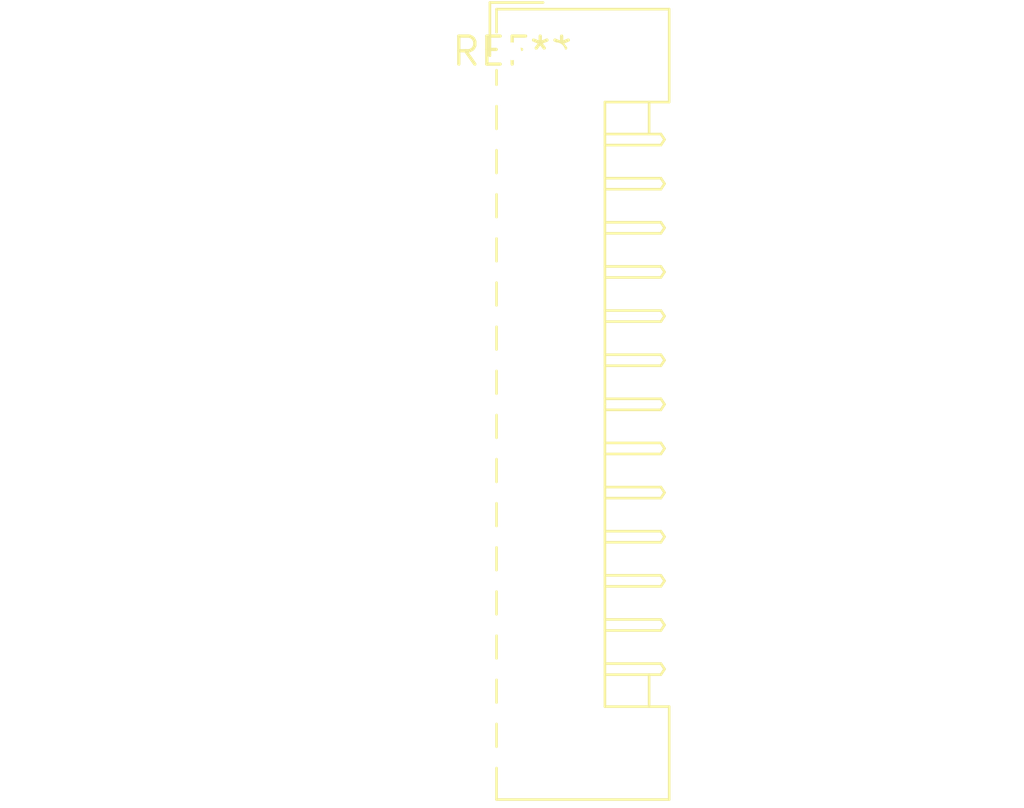
<source format=kicad_pcb>
(kicad_pcb (version 20240108) (generator pcbnew)
  (layers (0 "F.Cu" signal) (31 "B.Cu" signal) (34 "B.Paste" user) (35 "F.Paste" user) (36 "B.SilkS" user "B.Silkscreen") (37 "F.SilkS" user "F.Silkscreen") (38 "B.Mask" user) (39 "F.Mask" user) (44 "Edge.Cuts" user))
  (net 0 "")
  (footprint "JAE_LY20-34P-DLT1_2x17_P2.00mm_Horizontal" (layer "F.Cu") (at 0 0)
    (property "Reference" "REF**")
    (property "Value" "JAE_LY20-34P-DLT1_2x17_P2.00mm_Horizontal")
    (fp_line (start -1.01 -2.21) (end -1.01 0.2) (layer "F.SilkS") (stroke (width 0.12)))
    (fp_line (start -0.71 -1.91) (end -0.71 -0.86) (layer "F.SilkS") (stroke (width 0.12)))
    (fp_line (start -0.71 -1.91) (end 7.11 -1.91) (layer "F.SilkS") (stroke (width 0.12)))
    (fp_line (start -0.71 0.86) (end -0.71 1.514717) (layer "F.SilkS") (stroke (width 0.12)))
    (fp_line (start -0.71 2.485283) (end -0.71 3.514717) (layer "F.SilkS") (stroke (width 0.12)))
    (fp_line (start -0.71 4.485283) (end -0.71 5.514717) (layer "F.SilkS") (stroke (width 0.12)))
    (fp_line (start -0.71 6.485283) (end -0.71 7.514717) (layer "F.SilkS") (stroke (width 0.12)))
    (fp_line (start -0.71 8.485283) (end -0.71 9.514717) (layer "F.SilkS") (stroke (width 0.12)))
    (fp_line (start -0.71 10.485283) (end -0.71 11.514717) (layer "F.SilkS") (stroke (width 0.12)))
    (fp_line (start -0.71 12.485283) (end -0.71 13.514717) (layer "F.SilkS") (stroke (width 0.12)))
    (fp_line (start -0.71 14.485283) (end -0.71 15.514717) (layer "F.SilkS") (stroke (width 0.12)))
    (fp_line (start -0.71 16.485283) (end -0.71 17.514717) (layer "F.SilkS") (stroke (width 0.12)))
    (fp_line (start -0.71 18.485283) (end -0.71 19.514717) (layer "F.SilkS") (stroke (width 0.12)))
    (fp_line (start -0.71 20.485283) (end -0.71 21.514717) (layer "F.SilkS") (stroke (width 0.12)))
    (fp_line (start -0.71 22.485283) (end -0.71 23.514717) (layer "F.SilkS") (stroke (width 0.12)))
    (fp_line (start -0.71 24.485283) (end -0.71 25.514717) (layer "F.SilkS") (stroke (width 0.12)))
    (fp_line (start -0.71 26.485283) (end -0.71 27.514717) (layer "F.SilkS") (stroke (width 0.12)))
    (fp_line (start -0.71 28.485283) (end -0.71 29.514717) (layer "F.SilkS") (stroke (width 0.12)))
    (fp_line (start -0.71 30.485283) (end -0.71 31.514717) (layer "F.SilkS") (stroke (width 0.12)))
    (fp_line (start -0.71 32.485283) (end -0.71 33.91) (layer "F.SilkS") (stroke (width 0.12)))
    (fp_line (start -0.71 33.91) (end 7.11 33.91) (layer "F.SilkS") (stroke (width 0.12)))
    (fp_line (start 1.4 -2.21) (end -1.01 -2.21) (layer "F.SilkS") (stroke (width 0.12)))
    (fp_line (start 4.2 2.3) (end 4.2 16) (layer "F.SilkS") (stroke (width 0.12)))
    (fp_line (start 4.2 3.75) (end 6.733333 3.75) (layer "F.SilkS") (stroke (width 0.12)))
    (fp_line (start 4.2 5.75) (end 6.733333 5.75) (layer "F.SilkS") (stroke (width 0.12)))
    (fp_line (start 4.2 7.75) (end 6.733333 7.75) (layer "F.SilkS") (stroke (width 0.12)))
    (fp_line (start 4.2 9.75) (end 6.733333 9.75) (layer "F.SilkS") (stroke (width 0.12)))
    (fp_line (start 4.2 11.75) (end 6.733333 11.75) (layer "F.SilkS") (stroke (width 0.12)))
    (fp_line (start 4.2 13.75) (end 6.733333 13.75) (layer "F.SilkS") (stroke (width 0.12)))
    (fp_line (start 4.2 15.75) (end 6.733333 15.75) (layer "F.SilkS") (stroke (width 0.12)))
    (fp_line (start 4.2 17.75) (end 6.733333 17.75) (layer "F.SilkS") (stroke (width 0.12)))
    (fp_line (start 4.2 19.75) (end 6.733333 19.75) (layer "F.SilkS") (stroke (width 0.12)))
    (fp_line (start 4.2 21.75) (end 6.733333 21.75) (layer "F.SilkS") (stroke (width 0.12)))
    (fp_line (start 4.2 23.75) (end 6.733333 23.75) (layer "F.SilkS") (stroke (width 0.12)))
    (fp_line (start 4.2 25.75) (end 6.733333 25.75) (layer "F.SilkS") (stroke (width 0.12)))
    (fp_line (start 4.2 27.75) (end 6.733333 27.75) (layer "F.SilkS") (stroke (width 0.12)))
    (fp_line (start 4.2 29.7) (end 4.2 16) (layer "F.SilkS") (stroke (width 0.12)))
    (fp_line (start 6.2 2.3) (end 6.2 3.75) (layer "F.SilkS") (stroke (width 0.12)))
    (fp_line (start 6.2 29.7) (end 6.2 28.25) (layer "F.SilkS") (stroke (width 0.12)))
    (fp_line (start 6.733333 3.75) (end 6.9 4) (layer "F.SilkS") (stroke (width 0.12)))
    (fp_line (start 6.733333 4.25) (end 4.2 4.25) (layer "F.SilkS") (stroke (width 0.12)))
    (fp_line (start 6.733333 5.75) (end 6.9 6) (layer "F.SilkS") (stroke (width 0.12)))
    (fp_line (start 6.733333 6.25) (end 4.2 6.25) (layer "F.SilkS") (stroke (width 0.12)))
    (fp_line (start 6.733333 7.75) (end 6.9 8) (layer "F.SilkS") (stroke (width 0.12)))
    (fp_line (start 6.733333 8.25) (end 4.2 8.25) (layer "F.SilkS") (stroke (width 0.12)))
    (fp_line (start 6.733333 9.75) (end 6.9 10) (layer "F.SilkS") (stroke (width 0.12)))
    (fp_line (start 6.733333 10.25) (end 4.2 10.25) (layer "F.SilkS") (stroke (width 0.12)))
    (fp_line (start 6.733333 11.75) (end 6.9 12) (layer "F.SilkS") (stroke (width 0.12)))
    (fp_line (start 6.733333 12.25) (end 4.2 12.25) (layer "F.SilkS") (stroke (width 0.12)))
    (fp_line (start 6.733333 13.75) (end 6.9 14) (layer "F.SilkS") (stroke (width 0.12)))
    (fp_line (start 6.733333 14.25) (end 4.2 14.25) (layer "F.SilkS") (stroke (width 0.12)))
    (fp_line (start 6.733333 15.75) (end 6.9 16) (layer "F.SilkS") (stroke (width 0.12)))
    (fp_line (start 6.733333 16.25) (end 4.2 16.25) (layer "F.SilkS") (stroke (width 0.12)))
    (fp_line (start 6.733333 17.75) (end 6.9 18) (layer "F.SilkS") (stroke (width 0.12)))
    (fp_line (start 6.733333 18.25) (end 4.2 18.25) (layer "F.SilkS") (stroke (width 0.12)))
    (fp_line (start 6.733333 19.75) (end 6.9 20) (layer "F.SilkS") (stroke (width 0.12)))
    (fp_line (start 6.733333 20.25) (end 4.2 20.25) (layer "F.SilkS") (stroke (width 0.12)))
    (fp_line (start 6.733333 21.75) (end 6.9 22) (layer "F.SilkS") (stroke (width 0.12)))
    (fp_line (start 6.733333 22.25) (end 4.2 22.25) (layer "F.SilkS") (stroke (width 0.12)))
    (fp_line (start 6.733333 23.75) (end 6.9 24) (layer "F.SilkS") (stroke (width 0.12)))
    (fp_line (start 6.733333 24.25) (end 4.2 24.25) (layer "F.SilkS") (stroke (width 0.12)))
    (fp_line (start 6.733333 25.75) (end 6.9 26) (layer "F.SilkS") (stroke (width 0.12)))
    (fp_line (start 6.733333 26.25) (end 4.2 26.25) (layer "F.SilkS") (stroke (width 0.12)))
    (fp_line (start 6.733333 27.75) (end 6.9 28) (layer "F.SilkS") (stroke (width 0.12)))
    (fp_line (start 6.733333 28.25) (end 4.2 28.25) (layer "F.SilkS") (stroke (width 0.12)))
    (fp_line (start 6.9 4) (end 6.733333 4.25) (layer "F.SilkS") (stroke (width 0.12)))
    (fp_line (start 6.9 6) (end 6.733333 6.25) (layer "F.SilkS") (stroke (width 0.12)))
    (fp_line (start 6.9 8) (end 6.733333 8.25) (layer "F.SilkS") (stroke (width 0.12)))
    (fp_line (start 6.9 10) (end 6.733333 10.25) (layer "F.SilkS") (stroke (width 0.12)))
    (fp_line (start 6.9 12) (end 6.733333 12.25) (layer "F.SilkS") (stroke (width 0.12)))
    (fp_line (start 6.9 14) (end 6.733333 14.25) (layer "F.SilkS") (stroke (width 0.12)))
    (fp_line (start 6.9 16) (end 6.733333 16.25) (layer "F.SilkS") (stroke (width 0.12)))
    (fp_line (start 6.9 18) (end 6.733333 18.25) (layer "F.SilkS") (stroke (width 0.12)))
    (fp_line (start 6.9 20) (end 6.733333 20.25) (layer "F.SilkS") (stroke (width 0.12)))
    (fp_line (start 6.9 22) (end 6.733333 22.25) (layer "F.SilkS") (stroke (width 0.12)))
    (fp_line (start 6.9 24) (end 6.733333 24.25) (layer "F.SilkS") (stroke (width 0.12)))
    (fp_line (start 6.9 26) (end 6.733333 26.25) (layer "F.SilkS") (stroke (width 0.12)))
    (fp_line (start 6.9 28) (end 6.733333 28.25) (layer "F.SilkS") (stroke (width 0.12)))
    (fp_line (start 7.11 -1.91) (end 7.11 2.3) (layer "F.SilkS") (stroke (width 0.12)))
    (fp_line (start 7.11 2.3) (end 4.2 2.3) (layer "F.SilkS") (stroke (width 0.12)))
    (fp_line (start 7.11 29.7) (end 4.2 29.7) (layer "F.SilkS") (stroke (width 0.12)))
    (fp_line (start 7.11 33.91) (end 7.11 29.7) (layer "F.SilkS") (stroke (width 0.12)))
    (pad "a1" thru_hole roundrect (at 0 0) (size 1.2 1.2) (drill 0.8) (layers *.Cu *.Mask) (remove_unused_layers) (roundrect_rratio 0.208333))
    (pad "a2" thru_hole circle (at 0 2) (size 1.2 1.2) (drill 0.8) (layers *.Cu *.Mask) (remove_unused_layers))
    (pad "a3" thru_hole circle (at 0 4) (size 1.2 1.2) (drill 0.8) (layers *.Cu *.Mask) (remove_unused_layers))
    (pad "a4" thru_hole circle (at 0 6) (size 1.2 1.2) (drill 0.8) (layers *.Cu *.Mask) (remove_unused_layers))
    (pad "a5" thru_hole circle (at 0 8) (size 1.2 1.2) (drill 0.8) (layers *.Cu *.Mask) (remove_unused_layers))
    (pad "a6" thru_hole circle (at 0 10) (size 1.2 1.2) (drill 0.8) (layers *.Cu *.Mask) (remove_unused_layers))
    (pad "a7" thru_hole circle (at 0 12) (size 1.2 1.2) (drill 0.8) (layers *.Cu *.Mask) (remove_unused_layers))
    (pad "a8" thru_hole circle (at 0 14) (size 1.2 1.2) (drill 0.8) (layers *.Cu *.Mask) (remove_unused_layers))
    (pad "a9" thru_hole circle (at 0 16) (size 1.2 1.2) (drill 0.8) (layers *.Cu *.Mask) (remove_unused_layers))
    (pad "a10" thru_hole circle (at 0 18) (size 1.2 1.2) (drill 0.8) (layers *.Cu *.Mask) (remove_unused_layers))
    (pad "a11" thru_hole circle (at 0 20) (size 1.2 1.2) (drill 0.8) (layers *.Cu *.Mask) (remove_unused_layers))
    (pad "a12" thru_hole circle (at 0 22) (size 1.2 1.2) (drill 0.8) (layers *.Cu *.Mask) (remove_unused_layers))
    (pad "a13" thru_hole circle (at 0 24) (size 1.2 1.2) (drill 0.8) (layers *.Cu *.Mask) (remove_unused_layers))
    (pad "a14" thru_hole circle (at 0 26) (size 1.2 1.2) (drill 0.8) (layers *.Cu *.Mask) (remove_unused_layers))
    (pad "a15" thru_hole circle (at 0 28) (size 1.2 1.2) (drill 0.8) (layers *.Cu *.Mask) (remove_unused_layers))
    (pad "a16" thru_hole circle (at 0 30) (size 1.2 1.2) (drill 0.8) (layers *.Cu *.Mask) (remove_unused_layers))
    (pad "a17" thru_hole circle (at 0 32) (size 1.2 1.2) (drill 0.8) (layers *.Cu *.Mask) (remove_unused_layers))
    (pad "b1" thru_hole circle (at 2 0) (size 1.2 1.2) (drill 0.8) (layers *.Cu *.Mask) (remove_unused_layers))
    (pad "b2" thru_hole circle (at 2 2) (size 1.2 1.2) (drill 0.8) (layers *.Cu *.Mask) (remove_unused_layers))
    (pad "b3" thru_hole circle (at 2 4) (size 1.2 1.2) (drill 0.8) (layers *.Cu *.Mask) (remove_unused_layers))
    (pad "b4" thru_hole circle (at 2 6) (size 1.2 1.2) (drill 0.8) (layers *.Cu *.Mask) (remove_unused_layers))
    (pad "b5" thru_hole circle (at 2 8) (size 1.2 1.2) (drill 0.8) (layers *.Cu *.Mask) (remove_unused_layers))
    (pad "b6" thru_hole circle (at 2 10) (size 1.2 1.2) (drill 0.8) (layers *.Cu *.Mask) (remove_unused_layers))
    (pad "b7" thru_hole circle (at 2 12) (size 1.2 1.2) (drill 0.8) (layers *.Cu *.Mask) (remove_unused_layers))
    (pad "b8" thru_hole circle (at 2 14) (size 1.2 1.2) (drill 0.8) (layers *.Cu *.Mask) (remove_unused_layers))
    (pad "b9" thru_hole circle (at 2 16) (size 1.2 1.2) (drill 0.8) (layers *.Cu *.Mask) (remove_unused_layers))
    (pad "b10" thru_hole circle (at 2 18) (size 1.2 1.2) (drill 0.8) (layers *.Cu *.Mask) (remove_unused_layers))
    (pad "b11" thru_hole circle (at 2 20) (size 1.2 1.2) (drill 0.8) (layers *.Cu *.Mask) (remove_unused_layers))
    (pad "b12" thru_hole circle (at 2 22) (size 1.2 1.2) (drill 0.8) (layers *.Cu *.Mask) (remove_unused_layers))
    (pad "b13" thru_hole circle (at 2 24) (size 1.2 1.2) (drill 0.8) (layers *.Cu *.Mask) (remove_unused_layers))
    (pad "b14" thru_hole circle (at 2 26) (size 1.2 1.2) (drill 0.8) (layers *.Cu *.Mask) (remove_unused_layers))
    (pad "b15" thru_hole circle (at 2 28) (size 1.2 1.2) (drill 0.8) (layers *.Cu *.Mask) (remove_unused_layers))
    (pad "b16" thru_hole circle (at 2 30) (size 1.2 1.2) (drill 0.8) (layers *.Cu *.Mask) (remove_unused_layers))
    (pad "b17" thru_hole circle (at 2 32) (size 1.2 1.2) (drill 0.8) (layers *.Cu *.Mask) (remove_unused_layers))
  )
)
</source>
